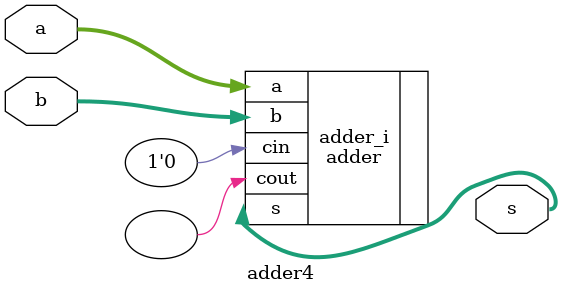
<source format=v>
module adder4
    (
        input wire [3:0] a,b,
        output wire [3:0] s
    );

    adder
        #(
            .data_len(4)
        )
        adder_i
        (
            .a(a),
            .b(b),
            .cin(1'b0),
            .s(s),
            .cout()
        );

endmodule

</source>
